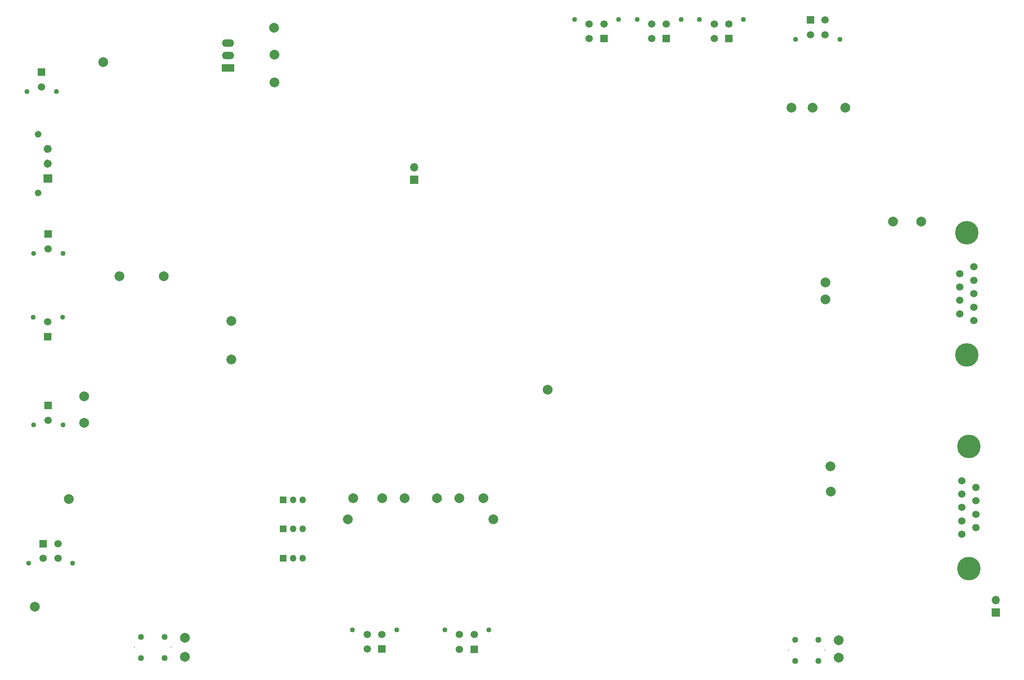
<source format=gbr>
%TF.GenerationSoftware,KiCad,Pcbnew,7.0.8*%
%TF.CreationDate,2024-01-22T14:24:46+01:00*%
%TF.ProjectId,BMS-Master,424d532d-4d61-4737-9465-722e6b696361,rev?*%
%TF.SameCoordinates,Original*%
%TF.FileFunction,Soldermask,Bot*%
%TF.FilePolarity,Negative*%
%FSLAX46Y46*%
G04 Gerber Fmt 4.6, Leading zero omitted, Abs format (unit mm)*
G04 Created by KiCad (PCBNEW 7.0.8) date 2024-01-22 14:24:46*
%MOMM*%
%LPD*%
G01*
G04 APERTURE LIST*
%ADD10C,0.711200*%
%ADD11C,0.836200*%
%ADD12C,0.010000*%
%ADD13R,1.700000X1.700000*%
%ADD14O,1.700000X1.700000*%
%ADD15C,1.020000*%
%ADD16R,1.520000X1.520000*%
%ADD17C,1.520000*%
%ADD18C,2.000000*%
%ADD19C,1.270000*%
%ADD20R,2.500000X1.500000*%
%ADD21O,2.500000X1.500000*%
%ADD22R,1.350000X1.350000*%
%ADD23O,1.350000X1.350000*%
%ADD24C,0.252400*%
%ADD25O,0.252400X0.252400*%
%ADD26C,1.252400*%
%ADD27C,4.800000*%
%ADD28C,1.500000*%
G04 APERTURE END LIST*
D10*
%TO.C,J11*%
X86547350Y-121743000D02*
G75*
G03*
X86547350Y-121743000I-355600J0D01*
G01*
D11*
X88569850Y-124743000D02*
G75*
G03*
X88569850Y-124743000I-418100J0D01*
G01*
X88569850Y-127743000D02*
G75*
G03*
X88569850Y-127743000I-418100J0D01*
G01*
D10*
X86547350Y-133743000D02*
G75*
G03*
X86547350Y-133743000I-355600J0D01*
G01*
D12*
X88987950Y-131579200D02*
X87315550Y-131579200D01*
X87315550Y-129906800D01*
X88987950Y-129906800D01*
X88987950Y-131579200D01*
G36*
X88987950Y-131579200D02*
G01*
X87315550Y-131579200D01*
X87315550Y-129906800D01*
X88987950Y-129906800D01*
X88987950Y-131579200D01*
G37*
%TD*%
D13*
%TO.C,J5*%
X163000000Y-131040000D03*
D14*
X163000000Y-128500000D03*
%TD*%
D15*
%TO.C,J12*%
X91248500Y-146089000D03*
X85248500Y-146089000D03*
D16*
X88248500Y-142149000D03*
D17*
X88248500Y-145149000D03*
%TD*%
D15*
%TO.C,J16*%
X221250018Y-98250000D03*
X230250000Y-98250000D03*
D16*
X227250001Y-102190000D03*
D17*
X224250002Y-102190000D03*
X227250001Y-99190001D03*
X224250002Y-99190001D03*
%TD*%
D18*
%TO.C,TP3*%
X116180000Y-224657100D03*
%TD*%
%TO.C,TP6*%
X172200000Y-196150000D03*
%TD*%
D19*
%TO.C,J11*%
X86191750Y-121743000D03*
X86191750Y-133743000D03*
%TD*%
D18*
%TO.C,TP13*%
X161050000Y-196150000D03*
%TD*%
%TO.C,TP16*%
X125616750Y-159937000D03*
%TD*%
D15*
%TO.C,J7*%
X169239666Y-223075000D03*
X178239648Y-223075000D03*
D16*
X175239649Y-227015000D03*
D17*
X172239650Y-227015000D03*
X175239649Y-224015001D03*
X172239650Y-224015001D03*
%TD*%
D18*
%TO.C,TP33*%
X134454000Y-105505000D03*
%TD*%
%TO.C,TP23*%
X95625500Y-175299000D03*
%TD*%
D20*
%TO.C,U21*%
X124954000Y-108145000D03*
D21*
X124954000Y-105605000D03*
X124954000Y-103065000D03*
%TD*%
D18*
%TO.C,TP4*%
X249650500Y-225171000D03*
%TD*%
%TO.C,TP12*%
X156450000Y-196150000D03*
%TD*%
%TO.C,TP36*%
X260760000Y-139570000D03*
%TD*%
%TO.C,TP25*%
X244326000Y-116325000D03*
%TD*%
%TO.C,TP5*%
X249650500Y-228750000D03*
%TD*%
%TO.C,TP29*%
X248063000Y-194757000D03*
%TD*%
D22*
%TO.C,J9*%
X136250000Y-208400000D03*
D23*
X138250000Y-208400000D03*
X140250000Y-208400000D03*
%TD*%
D18*
%TO.C,TP7*%
X167650000Y-196150000D03*
%TD*%
%TO.C,TP9*%
X179150000Y-200500000D03*
%TD*%
D24*
%TO.C,P1*%
X105830000Y-226657100D03*
D25*
X113330000Y-226657100D03*
D26*
X107180000Y-224507100D03*
X107180000Y-228807100D03*
X111980000Y-224507100D03*
X111980000Y-228807100D03*
%TD*%
D18*
%TO.C,TP10*%
X150550000Y-196150000D03*
%TD*%
%TO.C,TP35*%
X266510000Y-139570000D03*
%TD*%
%TO.C,TP24*%
X240076000Y-116325000D03*
%TD*%
D15*
%TO.C,J6*%
X150389666Y-223060000D03*
X159389648Y-223060000D03*
D16*
X156389649Y-227000000D03*
D17*
X153389650Y-227000000D03*
X156389649Y-224000001D03*
X153389650Y-224000001D03*
%TD*%
D18*
%TO.C,TP11*%
X149450000Y-200450000D03*
%TD*%
%TO.C,TP34*%
X134454000Y-111105000D03*
%TD*%
%TO.C,TP21*%
X85483325Y-218325326D03*
%TD*%
%TO.C,TP27*%
X248013000Y-189657000D03*
%TD*%
D15*
%TO.C,J19*%
X208500018Y-98250000D03*
X217500000Y-98250000D03*
D16*
X214500001Y-102190000D03*
D17*
X211500002Y-102190000D03*
X214500001Y-99190001D03*
X211500002Y-99190001D03*
%TD*%
D18*
%TO.C,TP17*%
X125616750Y-167811000D03*
%TD*%
D27*
%TO.C,J20*%
X276283000Y-210542000D03*
X276283000Y-185552000D03*
D28*
X274863000Y-192567000D03*
X274863000Y-195307000D03*
X274863000Y-198047000D03*
X274863000Y-200787000D03*
X274863000Y-203527000D03*
X277703000Y-193937000D03*
X277703000Y-196677000D03*
X277703000Y-199417000D03*
X277703000Y-202157000D03*
%TD*%
D18*
%TO.C,TP26*%
X251076000Y-116325000D03*
%TD*%
D22*
%TO.C,J10*%
X136250000Y-196500000D03*
D23*
X138250000Y-196500000D03*
X140250000Y-196500000D03*
%TD*%
D18*
%TO.C,TP22*%
X95625500Y-180760000D03*
%TD*%
D15*
%TO.C,J14*%
X93243659Y-209400326D03*
X84243677Y-209400326D03*
D16*
X87243676Y-205460326D03*
D17*
X90243675Y-205460326D03*
X87243676Y-208460325D03*
X90243675Y-208460325D03*
%TD*%
D27*
%TO.C,J21*%
X275830000Y-141845000D03*
X275830000Y-166835000D03*
D28*
X277250000Y-159820000D03*
X277250000Y-157080000D03*
X277250000Y-154340000D03*
X277250000Y-151600000D03*
X277250000Y-148860000D03*
X274410000Y-158450000D03*
X274410000Y-155710000D03*
X274410000Y-152970000D03*
X274410000Y-150230000D03*
%TD*%
D15*
%TO.C,J17*%
X249920984Y-102325000D03*
X240921002Y-102325000D03*
D16*
X243921001Y-98385000D03*
D17*
X246921000Y-98385000D03*
X243921001Y-101384999D03*
X246921000Y-101384999D03*
%TD*%
D15*
%TO.C,J13*%
X85182000Y-159181000D03*
X91182000Y-159181000D03*
D16*
X88182000Y-163121000D03*
D17*
X88182000Y-160121000D03*
%TD*%
D18*
%TO.C,TP14*%
X111829000Y-150749000D03*
%TD*%
%TO.C,TP31*%
X99500000Y-106975000D03*
%TD*%
D15*
%TO.C,J15*%
X91248500Y-181141000D03*
X85248500Y-181141000D03*
D16*
X88248500Y-177201000D03*
D17*
X88248500Y-180201000D03*
%TD*%
D18*
%TO.C,TP8*%
X177150000Y-196150000D03*
%TD*%
%TO.C,TP20*%
X92483325Y-196325326D03*
%TD*%
%TO.C,TP18*%
X102756750Y-150730000D03*
%TD*%
%TO.C,TP30*%
X247000000Y-155500000D03*
%TD*%
%TO.C,TP28*%
X247000000Y-152000000D03*
%TD*%
D24*
%TO.C,P2*%
X239405500Y-227231000D03*
D25*
X246905500Y-227231000D03*
D26*
X240755500Y-225081000D03*
X240755500Y-229381000D03*
X245555500Y-225081000D03*
X245555500Y-229381000D03*
%TD*%
D22*
%TO.C,J8*%
X136250000Y-202450000D03*
D23*
X138250000Y-202450000D03*
X140250000Y-202450000D03*
%TD*%
D18*
%TO.C,TP2*%
X116180000Y-228607100D03*
%TD*%
%TO.C,TP32*%
X134404000Y-99955000D03*
%TD*%
D13*
%TO.C,J3*%
X281750000Y-219540000D03*
D14*
X281750000Y-217000000D03*
%TD*%
D15*
%TO.C,J18*%
X195733685Y-98241000D03*
X204733667Y-98241000D03*
D16*
X201733668Y-102181000D03*
D17*
X198733669Y-102181000D03*
X201733668Y-99181001D03*
X198733669Y-99181001D03*
%TD*%
D15*
%TO.C,J22*%
X89896750Y-113000000D03*
X83896750Y-113000000D03*
D16*
X86896750Y-109060000D03*
D17*
X86896750Y-112060000D03*
%TD*%
D18*
%TO.C,TP1*%
X190246000Y-173990000D03*
%TD*%
M02*

</source>
